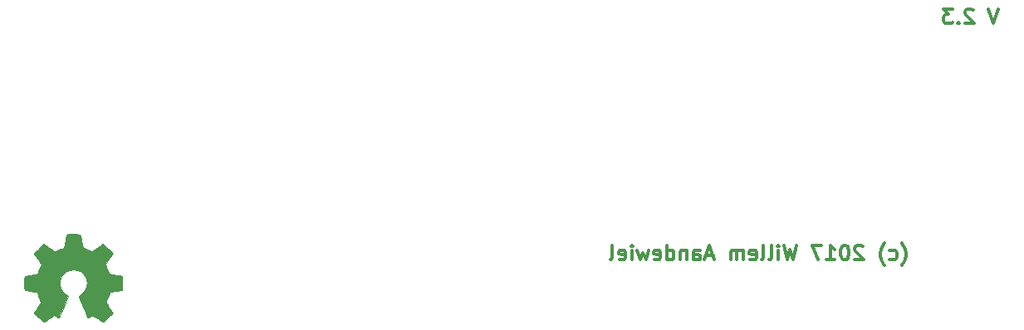
<source format=gbr>
G04 #@! TF.FileFunction,Legend,Bot*
%FSLAX46Y46*%
G04 Gerber Fmt 4.6, Leading zero omitted, Abs format (unit mm)*
G04 Created by KiCad (PCBNEW 4.0.6) date Wednesday, 03 May 2017 'AMt' 11:52:44*
%MOMM*%
%LPD*%
G01*
G04 APERTURE LIST*
%ADD10C,0.100000*%
%ADD11C,0.300000*%
%ADD12C,0.002540*%
G04 APERTURE END LIST*
D10*
D11*
X192087142Y-82998571D02*
X191587142Y-84498571D01*
X191087142Y-82998571D01*
X189515714Y-83141429D02*
X189444285Y-83070000D01*
X189301428Y-82998571D01*
X188944285Y-82998571D01*
X188801428Y-83070000D01*
X188729999Y-83141429D01*
X188658571Y-83284286D01*
X188658571Y-83427143D01*
X188729999Y-83641429D01*
X189587142Y-84498571D01*
X188658571Y-84498571D01*
X188015714Y-84355714D02*
X187944286Y-84427143D01*
X188015714Y-84498571D01*
X188087143Y-84427143D01*
X188015714Y-84355714D01*
X188015714Y-84498571D01*
X187444285Y-82998571D02*
X186515714Y-82998571D01*
X187015714Y-83570000D01*
X186801428Y-83570000D01*
X186658571Y-83641429D01*
X186587142Y-83712857D01*
X186515714Y-83855714D01*
X186515714Y-84212857D01*
X186587142Y-84355714D01*
X186658571Y-84427143D01*
X186801428Y-84498571D01*
X187230000Y-84498571D01*
X187372857Y-84427143D01*
X187444285Y-84355714D01*
X182211427Y-109200000D02*
X182282855Y-109128571D01*
X182425712Y-108914286D01*
X182497141Y-108771429D01*
X182568570Y-108557143D01*
X182639998Y-108200000D01*
X182639998Y-107914286D01*
X182568570Y-107557143D01*
X182497141Y-107342857D01*
X182425712Y-107200000D01*
X182282855Y-106985714D01*
X182211427Y-106914286D01*
X180997141Y-108557143D02*
X181139998Y-108628571D01*
X181425712Y-108628571D01*
X181568570Y-108557143D01*
X181639998Y-108485714D01*
X181711427Y-108342857D01*
X181711427Y-107914286D01*
X181639998Y-107771429D01*
X181568570Y-107700000D01*
X181425712Y-107628571D01*
X181139998Y-107628571D01*
X180997141Y-107700000D01*
X180497141Y-109200000D02*
X180425713Y-109128571D01*
X180282856Y-108914286D01*
X180211427Y-108771429D01*
X180139998Y-108557143D01*
X180068570Y-108200000D01*
X180068570Y-107914286D01*
X180139998Y-107557143D01*
X180211427Y-107342857D01*
X180282856Y-107200000D01*
X180425713Y-106985714D01*
X180497141Y-106914286D01*
X178282856Y-107271429D02*
X178211427Y-107200000D01*
X178068570Y-107128571D01*
X177711427Y-107128571D01*
X177568570Y-107200000D01*
X177497141Y-107271429D01*
X177425713Y-107414286D01*
X177425713Y-107557143D01*
X177497141Y-107771429D01*
X178354284Y-108628571D01*
X177425713Y-108628571D01*
X176497142Y-107128571D02*
X176354285Y-107128571D01*
X176211428Y-107200000D01*
X176139999Y-107271429D01*
X176068570Y-107414286D01*
X175997142Y-107700000D01*
X175997142Y-108057143D01*
X176068570Y-108342857D01*
X176139999Y-108485714D01*
X176211428Y-108557143D01*
X176354285Y-108628571D01*
X176497142Y-108628571D01*
X176639999Y-108557143D01*
X176711428Y-108485714D01*
X176782856Y-108342857D01*
X176854285Y-108057143D01*
X176854285Y-107700000D01*
X176782856Y-107414286D01*
X176711428Y-107271429D01*
X176639999Y-107200000D01*
X176497142Y-107128571D01*
X174568571Y-108628571D02*
X175425714Y-108628571D01*
X174997142Y-108628571D02*
X174997142Y-107128571D01*
X175139999Y-107342857D01*
X175282857Y-107485714D01*
X175425714Y-107557143D01*
X174068571Y-107128571D02*
X173068571Y-107128571D01*
X173711428Y-108628571D01*
X171497143Y-107128571D02*
X171140000Y-108628571D01*
X170854286Y-107557143D01*
X170568572Y-108628571D01*
X170211429Y-107128571D01*
X169640000Y-108628571D02*
X169640000Y-107628571D01*
X169640000Y-107128571D02*
X169711429Y-107200000D01*
X169640000Y-107271429D01*
X169568572Y-107200000D01*
X169640000Y-107128571D01*
X169640000Y-107271429D01*
X168711428Y-108628571D02*
X168854286Y-108557143D01*
X168925714Y-108414286D01*
X168925714Y-107128571D01*
X167925714Y-108628571D02*
X168068572Y-108557143D01*
X168140000Y-108414286D01*
X168140000Y-107128571D01*
X166782858Y-108557143D02*
X166925715Y-108628571D01*
X167211429Y-108628571D01*
X167354286Y-108557143D01*
X167425715Y-108414286D01*
X167425715Y-107842857D01*
X167354286Y-107700000D01*
X167211429Y-107628571D01*
X166925715Y-107628571D01*
X166782858Y-107700000D01*
X166711429Y-107842857D01*
X166711429Y-107985714D01*
X167425715Y-108128571D01*
X166068572Y-108628571D02*
X166068572Y-107628571D01*
X166068572Y-107771429D02*
X165997144Y-107700000D01*
X165854286Y-107628571D01*
X165640001Y-107628571D01*
X165497144Y-107700000D01*
X165425715Y-107842857D01*
X165425715Y-108628571D01*
X165425715Y-107842857D02*
X165354286Y-107700000D01*
X165211429Y-107628571D01*
X164997144Y-107628571D01*
X164854286Y-107700000D01*
X164782858Y-107842857D01*
X164782858Y-108628571D01*
X162997144Y-108200000D02*
X162282858Y-108200000D01*
X163140001Y-108628571D02*
X162640001Y-107128571D01*
X162140001Y-108628571D01*
X160997144Y-108628571D02*
X160997144Y-107842857D01*
X161068573Y-107700000D01*
X161211430Y-107628571D01*
X161497144Y-107628571D01*
X161640001Y-107700000D01*
X160997144Y-108557143D02*
X161140001Y-108628571D01*
X161497144Y-108628571D01*
X161640001Y-108557143D01*
X161711430Y-108414286D01*
X161711430Y-108271429D01*
X161640001Y-108128571D01*
X161497144Y-108057143D01*
X161140001Y-108057143D01*
X160997144Y-107985714D01*
X160282858Y-107628571D02*
X160282858Y-108628571D01*
X160282858Y-107771429D02*
X160211430Y-107700000D01*
X160068572Y-107628571D01*
X159854287Y-107628571D01*
X159711430Y-107700000D01*
X159640001Y-107842857D01*
X159640001Y-108628571D01*
X158282858Y-108628571D02*
X158282858Y-107128571D01*
X158282858Y-108557143D02*
X158425715Y-108628571D01*
X158711429Y-108628571D01*
X158854287Y-108557143D01*
X158925715Y-108485714D01*
X158997144Y-108342857D01*
X158997144Y-107914286D01*
X158925715Y-107771429D01*
X158854287Y-107700000D01*
X158711429Y-107628571D01*
X158425715Y-107628571D01*
X158282858Y-107700000D01*
X156997144Y-108557143D02*
X157140001Y-108628571D01*
X157425715Y-108628571D01*
X157568572Y-108557143D01*
X157640001Y-108414286D01*
X157640001Y-107842857D01*
X157568572Y-107700000D01*
X157425715Y-107628571D01*
X157140001Y-107628571D01*
X156997144Y-107700000D01*
X156925715Y-107842857D01*
X156925715Y-107985714D01*
X157640001Y-108128571D01*
X156425715Y-107628571D02*
X156140001Y-108628571D01*
X155854287Y-107914286D01*
X155568572Y-108628571D01*
X155282858Y-107628571D01*
X154711429Y-108628571D02*
X154711429Y-107628571D01*
X154711429Y-107128571D02*
X154782858Y-107200000D01*
X154711429Y-107271429D01*
X154640001Y-107200000D01*
X154711429Y-107128571D01*
X154711429Y-107271429D01*
X153425715Y-108557143D02*
X153568572Y-108628571D01*
X153854286Y-108628571D01*
X153997143Y-108557143D01*
X154068572Y-108414286D01*
X154068572Y-107842857D01*
X153997143Y-107700000D01*
X153854286Y-107628571D01*
X153568572Y-107628571D01*
X153425715Y-107700000D01*
X153354286Y-107842857D01*
X153354286Y-107985714D01*
X154068572Y-108128571D01*
X152497143Y-108628571D02*
X152640001Y-108557143D01*
X152711429Y-108414286D01*
X152711429Y-107128571D01*
D12*
G36*
X100820220Y-114980720D02*
X100769420Y-114952780D01*
X100650040Y-114879120D01*
X100484940Y-114769900D01*
X100286820Y-114637820D01*
X100088700Y-114505740D01*
X99926140Y-114396520D01*
X99811840Y-114322860D01*
X99763580Y-114294920D01*
X99738180Y-114305080D01*
X99644200Y-114350800D01*
X99507040Y-114421920D01*
X99428300Y-114462560D01*
X99303840Y-114515900D01*
X99240340Y-114528600D01*
X99230180Y-114510820D01*
X99184460Y-114414300D01*
X99113340Y-114251740D01*
X99019360Y-114033300D01*
X98910140Y-113779300D01*
X98795840Y-113507520D01*
X98679000Y-113228120D01*
X98567240Y-112961420D01*
X98470720Y-112722660D01*
X98391980Y-112527080D01*
X98341180Y-112392460D01*
X98320860Y-112334040D01*
X98325940Y-112321340D01*
X98389440Y-112260380D01*
X98498660Y-112179100D01*
X98734880Y-111986060D01*
X98968560Y-111693960D01*
X99110800Y-111363760D01*
X99159060Y-110995460D01*
X99118420Y-110655100D01*
X98983800Y-110327440D01*
X98755200Y-110032800D01*
X98478340Y-109811820D01*
X98153220Y-109674660D01*
X97790000Y-109628940D01*
X97442020Y-109669580D01*
X97106740Y-109801660D01*
X96812100Y-110025180D01*
X96687640Y-110169960D01*
X96514920Y-110467140D01*
X96418400Y-110787180D01*
X96408240Y-110868460D01*
X96420940Y-111218980D01*
X96525080Y-111556800D01*
X96710500Y-111859060D01*
X96969580Y-112105440D01*
X97000060Y-112128300D01*
X97119440Y-112217200D01*
X97200720Y-112278160D01*
X97261680Y-112328960D01*
X96814640Y-113405920D01*
X96743520Y-113576100D01*
X96621600Y-113870740D01*
X96512380Y-114124740D01*
X96428560Y-114325400D01*
X96367600Y-114460020D01*
X96342200Y-114515900D01*
X96339660Y-114518440D01*
X96299020Y-114526060D01*
X96217740Y-114495580D01*
X96067880Y-114421920D01*
X95968820Y-114371120D01*
X95854520Y-114315240D01*
X95801180Y-114294920D01*
X95758000Y-114320320D01*
X95648780Y-114391440D01*
X95488760Y-114498120D01*
X95295720Y-114627660D01*
X95112840Y-114752120D01*
X94945200Y-114863880D01*
X94820740Y-114942620D01*
X94762320Y-114975640D01*
X94752160Y-114975640D01*
X94698820Y-114945160D01*
X94602300Y-114863880D01*
X94454980Y-114726720D01*
X94249240Y-114520980D01*
X94216220Y-114490500D01*
X94046040Y-114315240D01*
X93908880Y-114170460D01*
X93814900Y-114066320D01*
X93781880Y-114020600D01*
X93781880Y-114020600D01*
X93812360Y-113962180D01*
X93888560Y-113840260D01*
X94000320Y-113667540D01*
X94137480Y-113469420D01*
X94493080Y-112951260D01*
X94297500Y-112461040D01*
X94239080Y-112311180D01*
X94162880Y-112130840D01*
X94104460Y-112001300D01*
X94076520Y-111945420D01*
X94023180Y-111925100D01*
X93888560Y-111894620D01*
X93695520Y-111853980D01*
X93464380Y-111810800D01*
X93243400Y-111770160D01*
X93045280Y-111732060D01*
X92900500Y-111704120D01*
X92837000Y-111691420D01*
X92821760Y-111681260D01*
X92806520Y-111650780D01*
X92798900Y-111582200D01*
X92793820Y-111462820D01*
X92791280Y-111272320D01*
X92791280Y-110995460D01*
X92791280Y-110964980D01*
X92793820Y-110703360D01*
X92798900Y-110492540D01*
X92806520Y-110355380D01*
X92814140Y-110302040D01*
X92816680Y-110302040D01*
X92877640Y-110286800D01*
X93017340Y-110256320D01*
X93218000Y-110218220D01*
X93454220Y-110172500D01*
X93469460Y-110169960D01*
X93705680Y-110124240D01*
X93903800Y-110083600D01*
X94043500Y-110050580D01*
X94101920Y-110032800D01*
X94114620Y-110015020D01*
X94160340Y-109923580D01*
X94228920Y-109776260D01*
X94307660Y-109598460D01*
X94383860Y-109413040D01*
X94452440Y-109245400D01*
X94495620Y-109120940D01*
X94510860Y-109065060D01*
X94508320Y-109062520D01*
X94472760Y-109006640D01*
X94391480Y-108884720D01*
X94277180Y-108714540D01*
X94140020Y-108511340D01*
X94129860Y-108496100D01*
X93992700Y-108297980D01*
X93883480Y-108127800D01*
X93809820Y-108008420D01*
X93781880Y-107952540D01*
X93781880Y-107950000D01*
X93827600Y-107889040D01*
X93929200Y-107777280D01*
X94073980Y-107624880D01*
X94249240Y-107447080D01*
X94305120Y-107393740D01*
X94500700Y-107203240D01*
X94635320Y-107078780D01*
X94719140Y-107012740D01*
X94759780Y-106997500D01*
X94759780Y-107000040D01*
X94820740Y-107035600D01*
X94947740Y-107116880D01*
X95117920Y-107233720D01*
X95321120Y-107370880D01*
X95336360Y-107381040D01*
X95534480Y-107518200D01*
X95702120Y-107629960D01*
X95818960Y-107708700D01*
X95872300Y-107739180D01*
X95879920Y-107739180D01*
X95961200Y-107716320D01*
X96103440Y-107665520D01*
X96278700Y-107596940D01*
X96464120Y-107523280D01*
X96631760Y-107452160D01*
X96758760Y-107396280D01*
X96817180Y-107360720D01*
X96819720Y-107358180D01*
X96840040Y-107287060D01*
X96875600Y-107137200D01*
X96916240Y-106931460D01*
X96964500Y-106687620D01*
X96972120Y-106646980D01*
X97015300Y-106408220D01*
X97053400Y-106212640D01*
X97081340Y-106075480D01*
X97096580Y-106019600D01*
X97129600Y-106011980D01*
X97246440Y-106004360D01*
X97424240Y-105999280D01*
X97640140Y-105996740D01*
X97866200Y-105999280D01*
X98087180Y-106004360D01*
X98275140Y-106009440D01*
X98409760Y-106019600D01*
X98465640Y-106029760D01*
X98468180Y-106034840D01*
X98488500Y-106108500D01*
X98521520Y-106258360D01*
X98564700Y-106464100D01*
X98610420Y-106710480D01*
X98620580Y-106753660D01*
X98663760Y-106989880D01*
X98704400Y-107185460D01*
X98732340Y-107320080D01*
X98747580Y-107373420D01*
X98770440Y-107383580D01*
X98866960Y-107426760D01*
X99026980Y-107492800D01*
X99225100Y-107571540D01*
X99682300Y-107756960D01*
X100243640Y-107373420D01*
X100294440Y-107337860D01*
X100497640Y-107200700D01*
X100662740Y-107091480D01*
X100777040Y-107015280D01*
X100825300Y-106989880D01*
X100830380Y-106989880D01*
X100886260Y-107040680D01*
X100995480Y-107144820D01*
X101147880Y-107292140D01*
X101325680Y-107467400D01*
X101455220Y-107599480D01*
X101610160Y-107756960D01*
X101709220Y-107861100D01*
X101762560Y-107929680D01*
X101780340Y-107970320D01*
X101775260Y-107998260D01*
X101739700Y-108056680D01*
X101658420Y-108178600D01*
X101541580Y-108348780D01*
X101404420Y-108546900D01*
X101292660Y-108714540D01*
X101170740Y-108902500D01*
X101092000Y-109037120D01*
X101064060Y-109103160D01*
X101071680Y-109128560D01*
X101109780Y-109240320D01*
X101178360Y-109405420D01*
X101262180Y-109603540D01*
X101457760Y-110048040D01*
X101747320Y-110103920D01*
X101925120Y-110136940D01*
X102171500Y-110185200D01*
X102407720Y-110230920D01*
X102776020Y-110302040D01*
X102788720Y-111655860D01*
X102732840Y-111681260D01*
X102676960Y-111696500D01*
X102539800Y-111726980D01*
X102346760Y-111765080D01*
X102115620Y-111808260D01*
X101920040Y-111843820D01*
X101721920Y-111881920D01*
X101579680Y-111909860D01*
X101518720Y-111922560D01*
X101500940Y-111945420D01*
X101452680Y-112039400D01*
X101381560Y-112191800D01*
X101302820Y-112374680D01*
X101224080Y-112565180D01*
X101155500Y-112740440D01*
X101107240Y-112872520D01*
X101086920Y-112941100D01*
X101114860Y-112994440D01*
X101188520Y-113111280D01*
X101297740Y-113276380D01*
X101432360Y-113471960D01*
X101566980Y-113667540D01*
X101681280Y-113835180D01*
X101760020Y-113957100D01*
X101793040Y-114012980D01*
X101775260Y-114048540D01*
X101696520Y-114145060D01*
X101549200Y-114297460D01*
X101328220Y-114515900D01*
X101292660Y-114551460D01*
X101117400Y-114719100D01*
X100970080Y-114856260D01*
X100865940Y-114947700D01*
X100820220Y-114980720D01*
X100820220Y-114980720D01*
G37*
X100820220Y-114980720D02*
X100769420Y-114952780D01*
X100650040Y-114879120D01*
X100484940Y-114769900D01*
X100286820Y-114637820D01*
X100088700Y-114505740D01*
X99926140Y-114396520D01*
X99811840Y-114322860D01*
X99763580Y-114294920D01*
X99738180Y-114305080D01*
X99644200Y-114350800D01*
X99507040Y-114421920D01*
X99428300Y-114462560D01*
X99303840Y-114515900D01*
X99240340Y-114528600D01*
X99230180Y-114510820D01*
X99184460Y-114414300D01*
X99113340Y-114251740D01*
X99019360Y-114033300D01*
X98910140Y-113779300D01*
X98795840Y-113507520D01*
X98679000Y-113228120D01*
X98567240Y-112961420D01*
X98470720Y-112722660D01*
X98391980Y-112527080D01*
X98341180Y-112392460D01*
X98320860Y-112334040D01*
X98325940Y-112321340D01*
X98389440Y-112260380D01*
X98498660Y-112179100D01*
X98734880Y-111986060D01*
X98968560Y-111693960D01*
X99110800Y-111363760D01*
X99159060Y-110995460D01*
X99118420Y-110655100D01*
X98983800Y-110327440D01*
X98755200Y-110032800D01*
X98478340Y-109811820D01*
X98153220Y-109674660D01*
X97790000Y-109628940D01*
X97442020Y-109669580D01*
X97106740Y-109801660D01*
X96812100Y-110025180D01*
X96687640Y-110169960D01*
X96514920Y-110467140D01*
X96418400Y-110787180D01*
X96408240Y-110868460D01*
X96420940Y-111218980D01*
X96525080Y-111556800D01*
X96710500Y-111859060D01*
X96969580Y-112105440D01*
X97000060Y-112128300D01*
X97119440Y-112217200D01*
X97200720Y-112278160D01*
X97261680Y-112328960D01*
X96814640Y-113405920D01*
X96743520Y-113576100D01*
X96621600Y-113870740D01*
X96512380Y-114124740D01*
X96428560Y-114325400D01*
X96367600Y-114460020D01*
X96342200Y-114515900D01*
X96339660Y-114518440D01*
X96299020Y-114526060D01*
X96217740Y-114495580D01*
X96067880Y-114421920D01*
X95968820Y-114371120D01*
X95854520Y-114315240D01*
X95801180Y-114294920D01*
X95758000Y-114320320D01*
X95648780Y-114391440D01*
X95488760Y-114498120D01*
X95295720Y-114627660D01*
X95112840Y-114752120D01*
X94945200Y-114863880D01*
X94820740Y-114942620D01*
X94762320Y-114975640D01*
X94752160Y-114975640D01*
X94698820Y-114945160D01*
X94602300Y-114863880D01*
X94454980Y-114726720D01*
X94249240Y-114520980D01*
X94216220Y-114490500D01*
X94046040Y-114315240D01*
X93908880Y-114170460D01*
X93814900Y-114066320D01*
X93781880Y-114020600D01*
X93781880Y-114020600D01*
X93812360Y-113962180D01*
X93888560Y-113840260D01*
X94000320Y-113667540D01*
X94137480Y-113469420D01*
X94493080Y-112951260D01*
X94297500Y-112461040D01*
X94239080Y-112311180D01*
X94162880Y-112130840D01*
X94104460Y-112001300D01*
X94076520Y-111945420D01*
X94023180Y-111925100D01*
X93888560Y-111894620D01*
X93695520Y-111853980D01*
X93464380Y-111810800D01*
X93243400Y-111770160D01*
X93045280Y-111732060D01*
X92900500Y-111704120D01*
X92837000Y-111691420D01*
X92821760Y-111681260D01*
X92806520Y-111650780D01*
X92798900Y-111582200D01*
X92793820Y-111462820D01*
X92791280Y-111272320D01*
X92791280Y-110995460D01*
X92791280Y-110964980D01*
X92793820Y-110703360D01*
X92798900Y-110492540D01*
X92806520Y-110355380D01*
X92814140Y-110302040D01*
X92816680Y-110302040D01*
X92877640Y-110286800D01*
X93017340Y-110256320D01*
X93218000Y-110218220D01*
X93454220Y-110172500D01*
X93469460Y-110169960D01*
X93705680Y-110124240D01*
X93903800Y-110083600D01*
X94043500Y-110050580D01*
X94101920Y-110032800D01*
X94114620Y-110015020D01*
X94160340Y-109923580D01*
X94228920Y-109776260D01*
X94307660Y-109598460D01*
X94383860Y-109413040D01*
X94452440Y-109245400D01*
X94495620Y-109120940D01*
X94510860Y-109065060D01*
X94508320Y-109062520D01*
X94472760Y-109006640D01*
X94391480Y-108884720D01*
X94277180Y-108714540D01*
X94140020Y-108511340D01*
X94129860Y-108496100D01*
X93992700Y-108297980D01*
X93883480Y-108127800D01*
X93809820Y-108008420D01*
X93781880Y-107952540D01*
X93781880Y-107950000D01*
X93827600Y-107889040D01*
X93929200Y-107777280D01*
X94073980Y-107624880D01*
X94249240Y-107447080D01*
X94305120Y-107393740D01*
X94500700Y-107203240D01*
X94635320Y-107078780D01*
X94719140Y-107012740D01*
X94759780Y-106997500D01*
X94759780Y-107000040D01*
X94820740Y-107035600D01*
X94947740Y-107116880D01*
X95117920Y-107233720D01*
X95321120Y-107370880D01*
X95336360Y-107381040D01*
X95534480Y-107518200D01*
X95702120Y-107629960D01*
X95818960Y-107708700D01*
X95872300Y-107739180D01*
X95879920Y-107739180D01*
X95961200Y-107716320D01*
X96103440Y-107665520D01*
X96278700Y-107596940D01*
X96464120Y-107523280D01*
X96631760Y-107452160D01*
X96758760Y-107396280D01*
X96817180Y-107360720D01*
X96819720Y-107358180D01*
X96840040Y-107287060D01*
X96875600Y-107137200D01*
X96916240Y-106931460D01*
X96964500Y-106687620D01*
X96972120Y-106646980D01*
X97015300Y-106408220D01*
X97053400Y-106212640D01*
X97081340Y-106075480D01*
X97096580Y-106019600D01*
X97129600Y-106011980D01*
X97246440Y-106004360D01*
X97424240Y-105999280D01*
X97640140Y-105996740D01*
X97866200Y-105999280D01*
X98087180Y-106004360D01*
X98275140Y-106009440D01*
X98409760Y-106019600D01*
X98465640Y-106029760D01*
X98468180Y-106034840D01*
X98488500Y-106108500D01*
X98521520Y-106258360D01*
X98564700Y-106464100D01*
X98610420Y-106710480D01*
X98620580Y-106753660D01*
X98663760Y-106989880D01*
X98704400Y-107185460D01*
X98732340Y-107320080D01*
X98747580Y-107373420D01*
X98770440Y-107383580D01*
X98866960Y-107426760D01*
X99026980Y-107492800D01*
X99225100Y-107571540D01*
X99682300Y-107756960D01*
X100243640Y-107373420D01*
X100294440Y-107337860D01*
X100497640Y-107200700D01*
X100662740Y-107091480D01*
X100777040Y-107015280D01*
X100825300Y-106989880D01*
X100830380Y-106989880D01*
X100886260Y-107040680D01*
X100995480Y-107144820D01*
X101147880Y-107292140D01*
X101325680Y-107467400D01*
X101455220Y-107599480D01*
X101610160Y-107756960D01*
X101709220Y-107861100D01*
X101762560Y-107929680D01*
X101780340Y-107970320D01*
X101775260Y-107998260D01*
X101739700Y-108056680D01*
X101658420Y-108178600D01*
X101541580Y-108348780D01*
X101404420Y-108546900D01*
X101292660Y-108714540D01*
X101170740Y-108902500D01*
X101092000Y-109037120D01*
X101064060Y-109103160D01*
X101071680Y-109128560D01*
X101109780Y-109240320D01*
X101178360Y-109405420D01*
X101262180Y-109603540D01*
X101457760Y-110048040D01*
X101747320Y-110103920D01*
X101925120Y-110136940D01*
X102171500Y-110185200D01*
X102407720Y-110230920D01*
X102776020Y-110302040D01*
X102788720Y-111655860D01*
X102732840Y-111681260D01*
X102676960Y-111696500D01*
X102539800Y-111726980D01*
X102346760Y-111765080D01*
X102115620Y-111808260D01*
X101920040Y-111843820D01*
X101721920Y-111881920D01*
X101579680Y-111909860D01*
X101518720Y-111922560D01*
X101500940Y-111945420D01*
X101452680Y-112039400D01*
X101381560Y-112191800D01*
X101302820Y-112374680D01*
X101224080Y-112565180D01*
X101155500Y-112740440D01*
X101107240Y-112872520D01*
X101086920Y-112941100D01*
X101114860Y-112994440D01*
X101188520Y-113111280D01*
X101297740Y-113276380D01*
X101432360Y-113471960D01*
X101566980Y-113667540D01*
X101681280Y-113835180D01*
X101760020Y-113957100D01*
X101793040Y-114012980D01*
X101775260Y-114048540D01*
X101696520Y-114145060D01*
X101549200Y-114297460D01*
X101328220Y-114515900D01*
X101292660Y-114551460D01*
X101117400Y-114719100D01*
X100970080Y-114856260D01*
X100865940Y-114947700D01*
X100820220Y-114980720D01*
M02*

</source>
